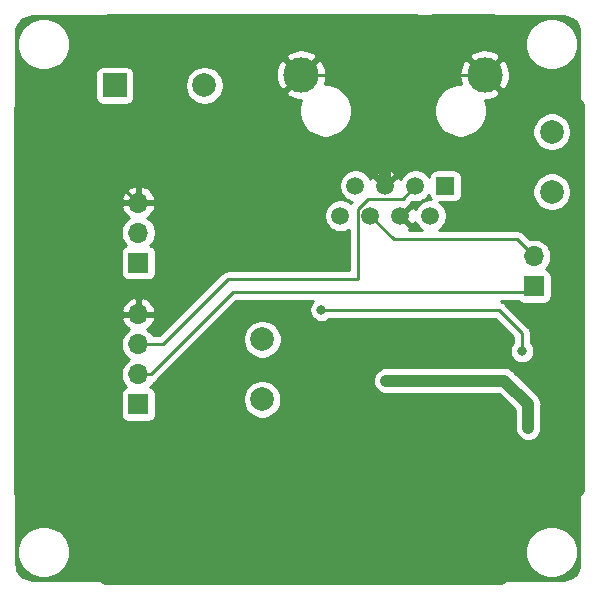
<source format=gbl>
%TF.GenerationSoftware,KiCad,Pcbnew,5.1.9*%
%TF.CreationDate,2021-05-01T23:47:16+02:00*%
%TF.ProjectId,nfc_reader,6e66635f-7265-4616-9465-722e6b696361,rev?*%
%TF.SameCoordinates,Original*%
%TF.FileFunction,Copper,L2,Bot*%
%TF.FilePolarity,Positive*%
%FSLAX46Y46*%
G04 Gerber Fmt 4.6, Leading zero omitted, Abs format (unit mm)*
G04 Created by KiCad (PCBNEW 5.1.9) date 2021-05-01 23:47:16*
%MOMM*%
%LPD*%
G01*
G04 APERTURE LIST*
%TA.AperFunction,ComponentPad*%
%ADD10O,1.700000X1.700000*%
%TD*%
%TA.AperFunction,ComponentPad*%
%ADD11R,1.700000X1.700000*%
%TD*%
%TA.AperFunction,ComponentPad*%
%ADD12C,1.500000*%
%TD*%
%TA.AperFunction,ComponentPad*%
%ADD13C,3.000000*%
%TD*%
%TA.AperFunction,ComponentPad*%
%ADD14R,1.500000X1.500000*%
%TD*%
%TA.AperFunction,ComponentPad*%
%ADD15C,2.000000*%
%TD*%
%TA.AperFunction,ComponentPad*%
%ADD16R,2.000000X2.000000*%
%TD*%
%TA.AperFunction,ViaPad*%
%ADD17C,0.800000*%
%TD*%
%TA.AperFunction,Conductor*%
%ADD18C,0.250000*%
%TD*%
%TA.AperFunction,Conductor*%
%ADD19C,1.000000*%
%TD*%
%TA.AperFunction,Conductor*%
%ADD20C,0.254000*%
%TD*%
%TA.AperFunction,Conductor*%
%ADD21C,0.100000*%
%TD*%
G04 APERTURE END LIST*
D10*
%TO.P,J3,2*%
%TO.N,Net-(J1-Pad6)*%
X147000000Y-113460000D03*
D11*
%TO.P,J3,1*%
%TO.N,/Rx*%
X147000000Y-116000000D03*
%TD*%
D10*
%TO.P,D1,3*%
%TO.N,GND*%
X113500000Y-108920000D03*
%TO.P,D1,2*%
%TO.N,Net-(D1-Pad2)*%
X113500000Y-111460000D03*
D11*
%TO.P,D1,1*%
%TO.N,Net-(D1-Pad1)*%
X113500000Y-114000000D03*
%TD*%
D10*
%TO.P,J2,4*%
%TO.N,GND*%
X113500000Y-118380000D03*
%TO.P,J2,3*%
%TO.N,/Tx*%
X113500000Y-120920000D03*
%TO.P,J2,2*%
%TO.N,/Rx*%
X113500000Y-123460000D03*
D11*
%TO.P,J2,1*%
%TO.N,+5V*%
X113500000Y-126000000D03*
%TD*%
D12*
%TO.P,J1,6*%
%TO.N,Net-(J1-Pad6)*%
X133150000Y-110040000D03*
%TO.P,J1,8*%
%TO.N,Net-(F1-Pad2)*%
X130610000Y-110040000D03*
D13*
%TO.P,J1,SH*%
%TO.N,GND*%
X142825000Y-98100000D03*
D12*
%TO.P,J1,2*%
%TO.N,Net-(J1-Pad2)*%
X138230000Y-110040000D03*
D14*
%TO.P,J1,1*%
%TO.N,Net-(J1-Pad1)*%
X139500000Y-107500000D03*
D12*
%TO.P,J1,7*%
%TO.N,Net-(J1-Pad7)*%
X131880000Y-107500000D03*
%TO.P,J1,4*%
%TO.N,GND*%
X135690000Y-110040000D03*
%TO.P,J1,5*%
X134420000Y-107500000D03*
%TO.P,J1,3*%
%TO.N,/Tx*%
X136960000Y-107500000D03*
D13*
%TO.P,J1,SH*%
%TO.N,GND*%
X127285000Y-98100000D03*
%TD*%
D15*
%TO.P,F2,2*%
%TO.N,Net-(C2-Pad1)*%
X123990000Y-125580000D03*
%TO.P,F2,1*%
%TO.N,+5V*%
X124000000Y-120500000D03*
%TD*%
%TO.P,F1,2*%
%TO.N,Net-(F1-Pad2)*%
X148510000Y-102920000D03*
%TO.P,F1,1*%
%TO.N,+12V*%
X148500000Y-108000000D03*
%TD*%
%TO.P,BZ1,2*%
%TO.N,Net-(BZ1-Pad2)*%
X119100000Y-99000000D03*
D16*
%TO.P,BZ1,1*%
%TO.N,+5V*%
X111500000Y-99000000D03*
%TD*%
D17*
%TO.N,GND*%
X129000000Y-134500000D03*
X136000000Y-134000000D03*
X136000000Y-132500000D03*
X130500000Y-136000000D03*
X130500000Y-139500000D03*
X130500000Y-138000000D03*
X128000000Y-138500000D03*
X128000000Y-137000000D03*
X128000000Y-135000000D03*
X128000000Y-133000000D03*
X131000000Y-132500000D03*
X132500000Y-138000000D03*
X132500000Y-139500000D03*
X134500000Y-139500000D03*
X134500000Y-138000000D03*
X134500000Y-135000000D03*
X134500000Y-133000000D03*
X137000000Y-133000000D03*
X137000000Y-135000000D03*
X137000000Y-138000000D03*
X137000000Y-139500000D03*
X123500000Y-103000000D03*
X107612500Y-133387500D03*
X108612500Y-133387500D03*
%TO.N,Net-(D3-Pad1)*%
X146500000Y-128000000D03*
X134500000Y-124000000D03*
%TO.N,Net-(R4-Pad1)*%
X146000000Y-121500000D03*
X129000000Y-118000000D03*
%TD*%
D18*
%TO.N,GND*%
X131100000Y-98100000D02*
X127285000Y-98100000D01*
X134420000Y-101420000D02*
X131100000Y-98100000D01*
X138240000Y-98100000D02*
X134420000Y-101920000D01*
X142825000Y-98100000D02*
X138240000Y-98100000D01*
X134420000Y-101920000D02*
X134420000Y-101420000D01*
X134420000Y-107500000D02*
X134420000Y-101920000D01*
D19*
X134420000Y-107500000D02*
X134420000Y-97580000D01*
X134420000Y-97580000D02*
X138500000Y-93500000D01*
X138500000Y-93500000D02*
X143500000Y-93500000D01*
X143500000Y-93500000D02*
X145500000Y-95500000D01*
X145500000Y-95500000D02*
X145500000Y-98500000D01*
X145500000Y-98500000D02*
X147000000Y-100000000D01*
X150000000Y-100000000D02*
X150774990Y-100774990D01*
X147000000Y-100000000D02*
X150000000Y-100000000D01*
X150774990Y-100774990D02*
X150774990Y-117000000D01*
X150774990Y-117000000D02*
X150774990Y-133225010D01*
X150774990Y-133225010D02*
X149000000Y-135000000D01*
X149000000Y-135000000D02*
X147000000Y-135000000D01*
X147000000Y-135000000D02*
X144500000Y-137500000D01*
X144500000Y-140500000D02*
X144225010Y-140774990D01*
X144500000Y-137500000D02*
X144500000Y-140500000D01*
X110774990Y-140774990D02*
X109500000Y-139500000D01*
X109500000Y-139500000D02*
X109500000Y-137000000D01*
X105000000Y-135000000D02*
X103500000Y-133500000D01*
X107500000Y-135000000D02*
X105000000Y-135000000D01*
X103500000Y-101000000D02*
X105000000Y-99500000D01*
X105000000Y-99500000D02*
X107500000Y-99500000D01*
X107500000Y-99500000D02*
X109500000Y-97500000D01*
X109500000Y-97500000D02*
X109500000Y-95000000D01*
X109500000Y-95000000D02*
X111000000Y-93500000D01*
D18*
X112580000Y-108000000D02*
X113500000Y-108920000D01*
X103500000Y-108000000D02*
X112580000Y-108000000D01*
D19*
X103500000Y-114500000D02*
X103500000Y-108000000D01*
X103500000Y-108000000D02*
X103500000Y-101000000D01*
D18*
X113380000Y-118500000D02*
X113500000Y-118380000D01*
D19*
X103500000Y-133500000D02*
X103500000Y-118500000D01*
D18*
X103500000Y-118500000D02*
X113380000Y-118500000D01*
D19*
X103500000Y-118500000D02*
X103500000Y-114500000D01*
X122500000Y-93500000D02*
X137000000Y-93500000D01*
X111000000Y-93500000D02*
X122500000Y-93500000D01*
D18*
X122500000Y-102000000D02*
X123500000Y-103000000D01*
X122500000Y-93500000D02*
X122500000Y-102000000D01*
D19*
X107612500Y-134887500D02*
X107500000Y-135000000D01*
X107612500Y-133387500D02*
X107612500Y-134887500D01*
X108612500Y-134887500D02*
X108000000Y-135500000D01*
X108612500Y-133387500D02*
X108612500Y-134887500D01*
X108000000Y-135500000D02*
X107500000Y-135000000D01*
X109500000Y-137000000D02*
X108000000Y-135500000D01*
D18*
X137000000Y-140500000D02*
X136725010Y-140774990D01*
D19*
X136725010Y-140774990D02*
X110774990Y-140774990D01*
D18*
X137000000Y-139500000D02*
X137000000Y-140500000D01*
D19*
X144225010Y-140774990D02*
X136725010Y-140774990D01*
D18*
%TO.N,Net-(D3-Pad1)*%
X134500000Y-124000000D02*
X134500000Y-124000000D01*
D19*
X134500000Y-124000000D02*
X144500000Y-124000000D01*
X144500000Y-124000000D02*
X146500000Y-126000000D01*
X146500000Y-128000000D02*
X146500000Y-126000000D01*
D18*
%TO.N,/Rx*%
X113500000Y-123460000D02*
X114540000Y-123460000D01*
X114540000Y-123460000D02*
X121500000Y-116500000D01*
X146500000Y-116500000D02*
X147000000Y-116000000D01*
X121500000Y-116500000D02*
X146500000Y-116500000D01*
%TO.N,/Tx*%
X135884999Y-108575001D02*
X132924999Y-108575001D01*
X136960000Y-107500000D02*
X135884999Y-108575001D01*
X132074999Y-109425001D02*
X132074999Y-115425001D01*
X132924999Y-108575001D02*
X132074999Y-109425001D01*
X132074999Y-115425001D02*
X121074999Y-115425001D01*
X115580000Y-120920000D02*
X113500000Y-120920000D01*
X121074999Y-115425001D02*
X115580000Y-120920000D01*
%TO.N,Net-(R4-Pad1)*%
X146000000Y-121500000D02*
X146000000Y-120000000D01*
X146000000Y-120000000D02*
X144000000Y-118000000D01*
X144000000Y-118000000D02*
X129000000Y-118000000D01*
X129000000Y-118000000D02*
X129000000Y-118000000D01*
%TO.N,Net-(J1-Pad6)*%
X133150000Y-110040000D02*
X135110000Y-112000000D01*
X145540000Y-112000000D02*
X147000000Y-113460000D01*
X135110000Y-112000000D02*
X145540000Y-112000000D01*
%TD*%
D20*
%TO.N,GND*%
X149759659Y-93188625D02*
X150009429Y-93264035D01*
X150239792Y-93386522D01*
X150441980Y-93551422D01*
X150608286Y-93752450D01*
X150732378Y-93981954D01*
X150809531Y-94231195D01*
X150840000Y-94521088D01*
X150840001Y-139467711D01*
X150811375Y-139759660D01*
X150735965Y-140009429D01*
X150613477Y-140239794D01*
X150448579Y-140441979D01*
X150247546Y-140608288D01*
X150018046Y-140732378D01*
X149768805Y-140809531D01*
X149478911Y-140840000D01*
X104532279Y-140840000D01*
X104240340Y-140811375D01*
X103990571Y-140735965D01*
X103760206Y-140613477D01*
X103558021Y-140448579D01*
X103391712Y-140247546D01*
X103267622Y-140018046D01*
X103190469Y-139768805D01*
X103160000Y-139478911D01*
X103160000Y-138279872D01*
X103265000Y-138279872D01*
X103265000Y-138720128D01*
X103350890Y-139151925D01*
X103519369Y-139558669D01*
X103763962Y-139924729D01*
X104075271Y-140236038D01*
X104441331Y-140480631D01*
X104848075Y-140649110D01*
X105279872Y-140735000D01*
X105720128Y-140735000D01*
X106151925Y-140649110D01*
X106558669Y-140480631D01*
X106924729Y-140236038D01*
X107236038Y-139924729D01*
X107480631Y-139558669D01*
X107649110Y-139151925D01*
X107735000Y-138720128D01*
X107735000Y-138279872D01*
X146265000Y-138279872D01*
X146265000Y-138720128D01*
X146350890Y-139151925D01*
X146519369Y-139558669D01*
X146763962Y-139924729D01*
X147075271Y-140236038D01*
X147441331Y-140480631D01*
X147848075Y-140649110D01*
X148279872Y-140735000D01*
X148720128Y-140735000D01*
X149151925Y-140649110D01*
X149558669Y-140480631D01*
X149924729Y-140236038D01*
X150236038Y-139924729D01*
X150480631Y-139558669D01*
X150649110Y-139151925D01*
X150735000Y-138720128D01*
X150735000Y-138279872D01*
X150649110Y-137848075D01*
X150480631Y-137441331D01*
X150236038Y-137075271D01*
X149924729Y-136763962D01*
X149558669Y-136519369D01*
X149151925Y-136350890D01*
X148720128Y-136265000D01*
X148279872Y-136265000D01*
X147848075Y-136350890D01*
X147441331Y-136519369D01*
X147075271Y-136763962D01*
X146763962Y-137075271D01*
X146519369Y-137441331D01*
X146350890Y-137848075D01*
X146265000Y-138279872D01*
X107735000Y-138279872D01*
X107649110Y-137848075D01*
X107480631Y-137441331D01*
X107236038Y-137075271D01*
X106924729Y-136763962D01*
X106558669Y-136519369D01*
X106151925Y-136350890D01*
X105720128Y-136265000D01*
X105279872Y-136265000D01*
X104848075Y-136350890D01*
X104441331Y-136519369D01*
X104075271Y-136763962D01*
X103763962Y-137075271D01*
X103519369Y-137441331D01*
X103350890Y-137848075D01*
X103265000Y-138279872D01*
X103160000Y-138279872D01*
X103160000Y-125150000D01*
X112011928Y-125150000D01*
X112011928Y-126850000D01*
X112024188Y-126974482D01*
X112060498Y-127094180D01*
X112119463Y-127204494D01*
X112198815Y-127301185D01*
X112295506Y-127380537D01*
X112405820Y-127439502D01*
X112525518Y-127475812D01*
X112650000Y-127488072D01*
X114350000Y-127488072D01*
X114474482Y-127475812D01*
X114594180Y-127439502D01*
X114704494Y-127380537D01*
X114801185Y-127301185D01*
X114880537Y-127204494D01*
X114939502Y-127094180D01*
X114975812Y-126974482D01*
X114988072Y-126850000D01*
X114988072Y-125418967D01*
X122355000Y-125418967D01*
X122355000Y-125741033D01*
X122417832Y-126056912D01*
X122541082Y-126354463D01*
X122720013Y-126622252D01*
X122947748Y-126849987D01*
X123215537Y-127028918D01*
X123513088Y-127152168D01*
X123828967Y-127215000D01*
X124151033Y-127215000D01*
X124466912Y-127152168D01*
X124764463Y-127028918D01*
X125032252Y-126849987D01*
X125259987Y-126622252D01*
X125438918Y-126354463D01*
X125562168Y-126056912D01*
X125625000Y-125741033D01*
X125625000Y-125418967D01*
X125562168Y-125103088D01*
X125438918Y-124805537D01*
X125259987Y-124537748D01*
X125032252Y-124310013D01*
X124764463Y-124131082D01*
X124466912Y-124007832D01*
X124427538Y-124000000D01*
X133359509Y-124000000D01*
X133381423Y-124222499D01*
X133446324Y-124436447D01*
X133551716Y-124633623D01*
X133693551Y-124806449D01*
X133866377Y-124948284D01*
X134063553Y-125053676D01*
X134277501Y-125118577D01*
X134444248Y-125135000D01*
X144029869Y-125135000D01*
X145365001Y-126470133D01*
X145365000Y-128055751D01*
X145381423Y-128222498D01*
X145446324Y-128436446D01*
X145551716Y-128633623D01*
X145693551Y-128806449D01*
X145866377Y-128948284D01*
X146063553Y-129053676D01*
X146277501Y-129118577D01*
X146500000Y-129140491D01*
X146722498Y-129118577D01*
X146936446Y-129053676D01*
X147133623Y-128948284D01*
X147306449Y-128806449D01*
X147448284Y-128633623D01*
X147553676Y-128436447D01*
X147618577Y-128222499D01*
X147635000Y-128055752D01*
X147635000Y-126055751D01*
X147640491Y-125999999D01*
X147618577Y-125777500D01*
X147603471Y-125727705D01*
X147553676Y-125563553D01*
X147448284Y-125366377D01*
X147306449Y-125193551D01*
X147263141Y-125158009D01*
X145341996Y-123236865D01*
X145306449Y-123193551D01*
X145133623Y-123051716D01*
X144936447Y-122946324D01*
X144722499Y-122881423D01*
X144555752Y-122865000D01*
X144555751Y-122865000D01*
X144500000Y-122859509D01*
X144444249Y-122865000D01*
X134444248Y-122865000D01*
X134277501Y-122881423D01*
X134063553Y-122946324D01*
X133866377Y-123051716D01*
X133693551Y-123193551D01*
X133551716Y-123366377D01*
X133446324Y-123563553D01*
X133381423Y-123777501D01*
X133359509Y-124000000D01*
X124427538Y-124000000D01*
X124151033Y-123945000D01*
X123828967Y-123945000D01*
X123513088Y-124007832D01*
X123215537Y-124131082D01*
X122947748Y-124310013D01*
X122720013Y-124537748D01*
X122541082Y-124805537D01*
X122417832Y-125103088D01*
X122355000Y-125418967D01*
X114988072Y-125418967D01*
X114988072Y-125150000D01*
X114975812Y-125025518D01*
X114939502Y-124905820D01*
X114880537Y-124795506D01*
X114801185Y-124698815D01*
X114704494Y-124619463D01*
X114594180Y-124560498D01*
X114521620Y-124538487D01*
X114653475Y-124406632D01*
X114810068Y-124172274D01*
X114832247Y-124165546D01*
X114964276Y-124094974D01*
X115080001Y-124000001D01*
X115103804Y-123970997D01*
X118735835Y-120338967D01*
X122365000Y-120338967D01*
X122365000Y-120661033D01*
X122427832Y-120976912D01*
X122551082Y-121274463D01*
X122730013Y-121542252D01*
X122957748Y-121769987D01*
X123225537Y-121948918D01*
X123523088Y-122072168D01*
X123838967Y-122135000D01*
X124161033Y-122135000D01*
X124476912Y-122072168D01*
X124774463Y-121948918D01*
X125042252Y-121769987D01*
X125269987Y-121542252D01*
X125448918Y-121274463D01*
X125572168Y-120976912D01*
X125635000Y-120661033D01*
X125635000Y-120338967D01*
X125572168Y-120023088D01*
X125448918Y-119725537D01*
X125269987Y-119457748D01*
X125042252Y-119230013D01*
X124774463Y-119051082D01*
X124476912Y-118927832D01*
X124161033Y-118865000D01*
X123838967Y-118865000D01*
X123523088Y-118927832D01*
X123225537Y-119051082D01*
X122957748Y-119230013D01*
X122730013Y-119457748D01*
X122551082Y-119725537D01*
X122427832Y-120023088D01*
X122365000Y-120338967D01*
X118735835Y-120338967D01*
X121814803Y-117260000D01*
X128276289Y-117260000D01*
X128196063Y-117340226D01*
X128082795Y-117509744D01*
X128004774Y-117698102D01*
X127965000Y-117898061D01*
X127965000Y-118101939D01*
X128004774Y-118301898D01*
X128082795Y-118490256D01*
X128196063Y-118659774D01*
X128340226Y-118803937D01*
X128509744Y-118917205D01*
X128698102Y-118995226D01*
X128898061Y-119035000D01*
X129101939Y-119035000D01*
X129301898Y-118995226D01*
X129490256Y-118917205D01*
X129659774Y-118803937D01*
X129703711Y-118760000D01*
X143685199Y-118760000D01*
X145240001Y-120314803D01*
X145240000Y-120796289D01*
X145196063Y-120840226D01*
X145082795Y-121009744D01*
X145004774Y-121198102D01*
X144965000Y-121398061D01*
X144965000Y-121601939D01*
X145004774Y-121801898D01*
X145082795Y-121990256D01*
X145196063Y-122159774D01*
X145340226Y-122303937D01*
X145509744Y-122417205D01*
X145698102Y-122495226D01*
X145898061Y-122535000D01*
X146101939Y-122535000D01*
X146301898Y-122495226D01*
X146490256Y-122417205D01*
X146659774Y-122303937D01*
X146803937Y-122159774D01*
X146917205Y-121990256D01*
X146995226Y-121801898D01*
X147035000Y-121601939D01*
X147035000Y-121398061D01*
X146995226Y-121198102D01*
X146917205Y-121009744D01*
X146803937Y-120840226D01*
X146760000Y-120796289D01*
X146760000Y-120037322D01*
X146763676Y-119999999D01*
X146760000Y-119962676D01*
X146760000Y-119962667D01*
X146749003Y-119851014D01*
X146705546Y-119707753D01*
X146701837Y-119700814D01*
X146634974Y-119575723D01*
X146563799Y-119488997D01*
X146540001Y-119459999D01*
X146511003Y-119436201D01*
X144563804Y-117489003D01*
X144540001Y-117459999D01*
X144424276Y-117365026D01*
X144292247Y-117294454D01*
X144178665Y-117260000D01*
X145665015Y-117260000D01*
X145698815Y-117301185D01*
X145795506Y-117380537D01*
X145905820Y-117439502D01*
X146025518Y-117475812D01*
X146150000Y-117488072D01*
X147850000Y-117488072D01*
X147974482Y-117475812D01*
X148094180Y-117439502D01*
X148204494Y-117380537D01*
X148301185Y-117301185D01*
X148380537Y-117204494D01*
X148439502Y-117094180D01*
X148475812Y-116974482D01*
X148488072Y-116850000D01*
X148488072Y-115150000D01*
X148475812Y-115025518D01*
X148439502Y-114905820D01*
X148380537Y-114795506D01*
X148301185Y-114698815D01*
X148204494Y-114619463D01*
X148094180Y-114560498D01*
X148021620Y-114538487D01*
X148153475Y-114406632D01*
X148315990Y-114163411D01*
X148427932Y-113893158D01*
X148485000Y-113606260D01*
X148485000Y-113313740D01*
X148427932Y-113026842D01*
X148315990Y-112756589D01*
X148153475Y-112513368D01*
X147946632Y-112306525D01*
X147703411Y-112144010D01*
X147433158Y-112032068D01*
X147146260Y-111975000D01*
X146853740Y-111975000D01*
X146633592Y-112018791D01*
X146103804Y-111489003D01*
X146080001Y-111459999D01*
X145964276Y-111365026D01*
X145832247Y-111294454D01*
X145688986Y-111250997D01*
X145577333Y-111240000D01*
X145577322Y-111240000D01*
X145540000Y-111236324D01*
X145502678Y-111240000D01*
X138927007Y-111240000D01*
X139112886Y-111115799D01*
X139305799Y-110922886D01*
X139457371Y-110696043D01*
X139561775Y-110443989D01*
X139615000Y-110176411D01*
X139615000Y-109903589D01*
X139561775Y-109636011D01*
X139457371Y-109383957D01*
X139305799Y-109157114D01*
X139112886Y-108964201D01*
X138998951Y-108888072D01*
X140250000Y-108888072D01*
X140374482Y-108875812D01*
X140494180Y-108839502D01*
X140604494Y-108780537D01*
X140701185Y-108701185D01*
X140780537Y-108604494D01*
X140839502Y-108494180D01*
X140875812Y-108374482D01*
X140888072Y-108250000D01*
X140888072Y-107838967D01*
X146865000Y-107838967D01*
X146865000Y-108161033D01*
X146927832Y-108476912D01*
X147051082Y-108774463D01*
X147230013Y-109042252D01*
X147457748Y-109269987D01*
X147725537Y-109448918D01*
X148023088Y-109572168D01*
X148338967Y-109635000D01*
X148661033Y-109635000D01*
X148976912Y-109572168D01*
X149274463Y-109448918D01*
X149542252Y-109269987D01*
X149769987Y-109042252D01*
X149948918Y-108774463D01*
X150072168Y-108476912D01*
X150135000Y-108161033D01*
X150135000Y-107838967D01*
X150072168Y-107523088D01*
X149948918Y-107225537D01*
X149769987Y-106957748D01*
X149542252Y-106730013D01*
X149274463Y-106551082D01*
X148976912Y-106427832D01*
X148661033Y-106365000D01*
X148338967Y-106365000D01*
X148023088Y-106427832D01*
X147725537Y-106551082D01*
X147457748Y-106730013D01*
X147230013Y-106957748D01*
X147051082Y-107225537D01*
X146927832Y-107523088D01*
X146865000Y-107838967D01*
X140888072Y-107838967D01*
X140888072Y-106750000D01*
X140875812Y-106625518D01*
X140839502Y-106505820D01*
X140780537Y-106395506D01*
X140701185Y-106298815D01*
X140604494Y-106219463D01*
X140494180Y-106160498D01*
X140374482Y-106124188D01*
X140250000Y-106111928D01*
X138750000Y-106111928D01*
X138625518Y-106124188D01*
X138505820Y-106160498D01*
X138395506Y-106219463D01*
X138298815Y-106298815D01*
X138219463Y-106395506D01*
X138160498Y-106505820D01*
X138124188Y-106625518D01*
X138113555Y-106733483D01*
X138035799Y-106617114D01*
X137842886Y-106424201D01*
X137616043Y-106272629D01*
X137363989Y-106168225D01*
X137096411Y-106115000D01*
X136823589Y-106115000D01*
X136556011Y-106168225D01*
X136303957Y-106272629D01*
X136077114Y-106424201D01*
X135884201Y-106617114D01*
X135732629Y-106843957D01*
X135691489Y-106943279D01*
X135676277Y-106901168D01*
X135615860Y-106788137D01*
X135376993Y-106722612D01*
X134599605Y-107500000D01*
X134613748Y-107514143D01*
X134434143Y-107693748D01*
X134420000Y-107679605D01*
X134405858Y-107693748D01*
X134226253Y-107514143D01*
X134240395Y-107500000D01*
X133463007Y-106722612D01*
X133224140Y-106788137D01*
X133149836Y-106946477D01*
X133107371Y-106843957D01*
X132955799Y-106617114D01*
X132881692Y-106543007D01*
X133642612Y-106543007D01*
X134420000Y-107320395D01*
X135197388Y-106543007D01*
X135131863Y-106304140D01*
X134884884Y-106188240D01*
X134620040Y-106122750D01*
X134347508Y-106110188D01*
X134077762Y-106151035D01*
X133821168Y-106243723D01*
X133708137Y-106304140D01*
X133642612Y-106543007D01*
X132881692Y-106543007D01*
X132762886Y-106424201D01*
X132536043Y-106272629D01*
X132283989Y-106168225D01*
X132016411Y-106115000D01*
X131743589Y-106115000D01*
X131476011Y-106168225D01*
X131223957Y-106272629D01*
X130997114Y-106424201D01*
X130804201Y-106617114D01*
X130652629Y-106843957D01*
X130548225Y-107096011D01*
X130495000Y-107363589D01*
X130495000Y-107636411D01*
X130548225Y-107903989D01*
X130652629Y-108156043D01*
X130804201Y-108382886D01*
X130997114Y-108575799D01*
X131223957Y-108727371D01*
X131476011Y-108831775D01*
X131573944Y-108851255D01*
X131564001Y-108861198D01*
X131534998Y-108885000D01*
X131479870Y-108952175D01*
X131478105Y-108954325D01*
X131266043Y-108812629D01*
X131013989Y-108708225D01*
X130746411Y-108655000D01*
X130473589Y-108655000D01*
X130206011Y-108708225D01*
X129953957Y-108812629D01*
X129727114Y-108964201D01*
X129534201Y-109157114D01*
X129382629Y-109383957D01*
X129278225Y-109636011D01*
X129225000Y-109903589D01*
X129225000Y-110176411D01*
X129278225Y-110443989D01*
X129382629Y-110696043D01*
X129534201Y-110922886D01*
X129727114Y-111115799D01*
X129953957Y-111267371D01*
X130206011Y-111371775D01*
X130473589Y-111425000D01*
X130746411Y-111425000D01*
X131013989Y-111371775D01*
X131266043Y-111267371D01*
X131314999Y-111234659D01*
X131315000Y-114665001D01*
X121112321Y-114665001D01*
X121074998Y-114661325D01*
X121037675Y-114665001D01*
X121037666Y-114665001D01*
X120926013Y-114675998D01*
X120782752Y-114719455D01*
X120650722Y-114790027D01*
X120577646Y-114850000D01*
X120534998Y-114885000D01*
X120511200Y-114913998D01*
X115265199Y-120160000D01*
X114778178Y-120160000D01*
X114653475Y-119973368D01*
X114446632Y-119766525D01*
X114264466Y-119644805D01*
X114381355Y-119575178D01*
X114597588Y-119380269D01*
X114771641Y-119146920D01*
X114896825Y-118884099D01*
X114941476Y-118736890D01*
X114820155Y-118507000D01*
X113627000Y-118507000D01*
X113627000Y-118527000D01*
X113373000Y-118527000D01*
X113373000Y-118507000D01*
X112179845Y-118507000D01*
X112058524Y-118736890D01*
X112103175Y-118884099D01*
X112228359Y-119146920D01*
X112402412Y-119380269D01*
X112618645Y-119575178D01*
X112735534Y-119644805D01*
X112553368Y-119766525D01*
X112346525Y-119973368D01*
X112184010Y-120216589D01*
X112072068Y-120486842D01*
X112015000Y-120773740D01*
X112015000Y-121066260D01*
X112072068Y-121353158D01*
X112184010Y-121623411D01*
X112346525Y-121866632D01*
X112553368Y-122073475D01*
X112727760Y-122190000D01*
X112553368Y-122306525D01*
X112346525Y-122513368D01*
X112184010Y-122756589D01*
X112072068Y-123026842D01*
X112015000Y-123313740D01*
X112015000Y-123606260D01*
X112072068Y-123893158D01*
X112184010Y-124163411D01*
X112346525Y-124406632D01*
X112478380Y-124538487D01*
X112405820Y-124560498D01*
X112295506Y-124619463D01*
X112198815Y-124698815D01*
X112119463Y-124795506D01*
X112060498Y-124905820D01*
X112024188Y-125025518D01*
X112011928Y-125150000D01*
X103160000Y-125150000D01*
X103160000Y-118023110D01*
X112058524Y-118023110D01*
X112179845Y-118253000D01*
X113373000Y-118253000D01*
X113373000Y-117059186D01*
X113627000Y-117059186D01*
X113627000Y-118253000D01*
X114820155Y-118253000D01*
X114941476Y-118023110D01*
X114896825Y-117875901D01*
X114771641Y-117613080D01*
X114597588Y-117379731D01*
X114381355Y-117184822D01*
X114131252Y-117035843D01*
X113856891Y-116938519D01*
X113627000Y-117059186D01*
X113373000Y-117059186D01*
X113143109Y-116938519D01*
X112868748Y-117035843D01*
X112618645Y-117184822D01*
X112402412Y-117379731D01*
X112228359Y-117613080D01*
X112103175Y-117875901D01*
X112058524Y-118023110D01*
X103160000Y-118023110D01*
X103160000Y-113150000D01*
X112011928Y-113150000D01*
X112011928Y-114850000D01*
X112024188Y-114974482D01*
X112060498Y-115094180D01*
X112119463Y-115204494D01*
X112198815Y-115301185D01*
X112295506Y-115380537D01*
X112405820Y-115439502D01*
X112525518Y-115475812D01*
X112650000Y-115488072D01*
X114350000Y-115488072D01*
X114474482Y-115475812D01*
X114594180Y-115439502D01*
X114704494Y-115380537D01*
X114801185Y-115301185D01*
X114880537Y-115204494D01*
X114939502Y-115094180D01*
X114975812Y-114974482D01*
X114988072Y-114850000D01*
X114988072Y-113150000D01*
X114975812Y-113025518D01*
X114939502Y-112905820D01*
X114880537Y-112795506D01*
X114801185Y-112698815D01*
X114704494Y-112619463D01*
X114594180Y-112560498D01*
X114521620Y-112538487D01*
X114653475Y-112406632D01*
X114815990Y-112163411D01*
X114927932Y-111893158D01*
X114985000Y-111606260D01*
X114985000Y-111313740D01*
X114927932Y-111026842D01*
X114815990Y-110756589D01*
X114653475Y-110513368D01*
X114446632Y-110306525D01*
X114264466Y-110184805D01*
X114381355Y-110115178D01*
X114597588Y-109920269D01*
X114771641Y-109686920D01*
X114896825Y-109424099D01*
X114941476Y-109276890D01*
X114820155Y-109047000D01*
X113627000Y-109047000D01*
X113627000Y-109067000D01*
X113373000Y-109067000D01*
X113373000Y-109047000D01*
X112179845Y-109047000D01*
X112058524Y-109276890D01*
X112103175Y-109424099D01*
X112228359Y-109686920D01*
X112402412Y-109920269D01*
X112618645Y-110115178D01*
X112735534Y-110184805D01*
X112553368Y-110306525D01*
X112346525Y-110513368D01*
X112184010Y-110756589D01*
X112072068Y-111026842D01*
X112015000Y-111313740D01*
X112015000Y-111606260D01*
X112072068Y-111893158D01*
X112184010Y-112163411D01*
X112346525Y-112406632D01*
X112478380Y-112538487D01*
X112405820Y-112560498D01*
X112295506Y-112619463D01*
X112198815Y-112698815D01*
X112119463Y-112795506D01*
X112060498Y-112905820D01*
X112024188Y-113025518D01*
X112011928Y-113150000D01*
X103160000Y-113150000D01*
X103160000Y-108563110D01*
X112058524Y-108563110D01*
X112179845Y-108793000D01*
X113373000Y-108793000D01*
X113373000Y-107599186D01*
X113627000Y-107599186D01*
X113627000Y-108793000D01*
X114820155Y-108793000D01*
X114941476Y-108563110D01*
X114896825Y-108415901D01*
X114771641Y-108153080D01*
X114597588Y-107919731D01*
X114381355Y-107724822D01*
X114131252Y-107575843D01*
X113856891Y-107478519D01*
X113627000Y-107599186D01*
X113373000Y-107599186D01*
X113143109Y-107478519D01*
X112868748Y-107575843D01*
X112618645Y-107724822D01*
X112402412Y-107919731D01*
X112228359Y-108153080D01*
X112103175Y-108415901D01*
X112058524Y-108563110D01*
X103160000Y-108563110D01*
X103160000Y-98000000D01*
X109861928Y-98000000D01*
X109861928Y-100000000D01*
X109874188Y-100124482D01*
X109910498Y-100244180D01*
X109969463Y-100354494D01*
X110048815Y-100451185D01*
X110145506Y-100530537D01*
X110255820Y-100589502D01*
X110375518Y-100625812D01*
X110500000Y-100638072D01*
X112500000Y-100638072D01*
X112624482Y-100625812D01*
X112744180Y-100589502D01*
X112854494Y-100530537D01*
X112951185Y-100451185D01*
X113030537Y-100354494D01*
X113089502Y-100244180D01*
X113125812Y-100124482D01*
X113138072Y-100000000D01*
X113138072Y-98838967D01*
X117465000Y-98838967D01*
X117465000Y-99161033D01*
X117527832Y-99476912D01*
X117651082Y-99774463D01*
X117830013Y-100042252D01*
X118057748Y-100269987D01*
X118325537Y-100448918D01*
X118623088Y-100572168D01*
X118938967Y-100635000D01*
X119261033Y-100635000D01*
X119576912Y-100572168D01*
X119874463Y-100448918D01*
X120142252Y-100269987D01*
X120369987Y-100042252D01*
X120548918Y-99774463D01*
X120624640Y-99591653D01*
X125972952Y-99591653D01*
X126128962Y-99907214D01*
X126503745Y-100098020D01*
X126908551Y-100212044D01*
X127270557Y-100240414D01*
X127166851Y-100490782D01*
X127080000Y-100927409D01*
X127080000Y-101372591D01*
X127166851Y-101809218D01*
X127337214Y-102220511D01*
X127584544Y-102590666D01*
X127899334Y-102905456D01*
X128269489Y-103152786D01*
X128680782Y-103323149D01*
X129117409Y-103410000D01*
X129562591Y-103410000D01*
X129999218Y-103323149D01*
X130410511Y-103152786D01*
X130780666Y-102905456D01*
X131095456Y-102590666D01*
X131342786Y-102220511D01*
X131513149Y-101809218D01*
X131600000Y-101372591D01*
X131600000Y-100927409D01*
X138510000Y-100927409D01*
X138510000Y-101372591D01*
X138596851Y-101809218D01*
X138767214Y-102220511D01*
X139014544Y-102590666D01*
X139329334Y-102905456D01*
X139699489Y-103152786D01*
X140110782Y-103323149D01*
X140547409Y-103410000D01*
X140992591Y-103410000D01*
X141429218Y-103323149D01*
X141840511Y-103152786D01*
X142210666Y-102905456D01*
X142357155Y-102758967D01*
X146875000Y-102758967D01*
X146875000Y-103081033D01*
X146937832Y-103396912D01*
X147061082Y-103694463D01*
X147240013Y-103962252D01*
X147467748Y-104189987D01*
X147735537Y-104368918D01*
X148033088Y-104492168D01*
X148348967Y-104555000D01*
X148671033Y-104555000D01*
X148986912Y-104492168D01*
X149284463Y-104368918D01*
X149552252Y-104189987D01*
X149779987Y-103962252D01*
X149958918Y-103694463D01*
X150082168Y-103396912D01*
X150145000Y-103081033D01*
X150145000Y-102758967D01*
X150082168Y-102443088D01*
X149958918Y-102145537D01*
X149779987Y-101877748D01*
X149552252Y-101650013D01*
X149284463Y-101471082D01*
X148986912Y-101347832D01*
X148671033Y-101285000D01*
X148348967Y-101285000D01*
X148033088Y-101347832D01*
X147735537Y-101471082D01*
X147467748Y-101650013D01*
X147240013Y-101877748D01*
X147061082Y-102145537D01*
X146937832Y-102443088D01*
X146875000Y-102758967D01*
X142357155Y-102758967D01*
X142525456Y-102590666D01*
X142772786Y-102220511D01*
X142943149Y-101809218D01*
X143030000Y-101372591D01*
X143030000Y-100927409D01*
X142943149Y-100490782D01*
X142840412Y-100242754D01*
X142867824Y-100244902D01*
X143285451Y-100195334D01*
X143685383Y-100065243D01*
X143981038Y-99907214D01*
X144137048Y-99591653D01*
X142825000Y-98279605D01*
X142810858Y-98293748D01*
X142631253Y-98114143D01*
X142645395Y-98100000D01*
X143004605Y-98100000D01*
X144316653Y-99412048D01*
X144632214Y-99256038D01*
X144823020Y-98881255D01*
X144937044Y-98476449D01*
X144969902Y-98057176D01*
X144920334Y-97639549D01*
X144790243Y-97239617D01*
X144632214Y-96943962D01*
X144316653Y-96787952D01*
X143004605Y-98100000D01*
X142645395Y-98100000D01*
X141333347Y-96787952D01*
X141017786Y-96943962D01*
X140826980Y-97318745D01*
X140712956Y-97723551D01*
X140680098Y-98142824D01*
X140729666Y-98560451D01*
X140836863Y-98890000D01*
X140547409Y-98890000D01*
X140110782Y-98976851D01*
X139699489Y-99147214D01*
X139329334Y-99394544D01*
X139014544Y-99709334D01*
X138767214Y-100079489D01*
X138596851Y-100490782D01*
X138510000Y-100927409D01*
X131600000Y-100927409D01*
X131513149Y-100490782D01*
X131342786Y-100079489D01*
X131095456Y-99709334D01*
X130780666Y-99394544D01*
X130410511Y-99147214D01*
X129999218Y-98976851D01*
X129562591Y-98890000D01*
X129278568Y-98890000D01*
X129283020Y-98881255D01*
X129397044Y-98476449D01*
X129429902Y-98057176D01*
X129380334Y-97639549D01*
X129250243Y-97239617D01*
X129092214Y-96943962D01*
X128776653Y-96787952D01*
X127464605Y-98100000D01*
X127478748Y-98114143D01*
X127299143Y-98293748D01*
X127285000Y-98279605D01*
X125972952Y-99591653D01*
X120624640Y-99591653D01*
X120672168Y-99476912D01*
X120735000Y-99161033D01*
X120735000Y-98838967D01*
X120672168Y-98523088D01*
X120548918Y-98225537D01*
X120493651Y-98142824D01*
X125140098Y-98142824D01*
X125189666Y-98560451D01*
X125319757Y-98960383D01*
X125477786Y-99256038D01*
X125793347Y-99412048D01*
X127105395Y-98100000D01*
X125793347Y-96787952D01*
X125477786Y-96943962D01*
X125286980Y-97318745D01*
X125172956Y-97723551D01*
X125140098Y-98142824D01*
X120493651Y-98142824D01*
X120369987Y-97957748D01*
X120142252Y-97730013D01*
X119874463Y-97551082D01*
X119576912Y-97427832D01*
X119261033Y-97365000D01*
X118938967Y-97365000D01*
X118623088Y-97427832D01*
X118325537Y-97551082D01*
X118057748Y-97730013D01*
X117830013Y-97957748D01*
X117651082Y-98225537D01*
X117527832Y-98523088D01*
X117465000Y-98838967D01*
X113138072Y-98838967D01*
X113138072Y-98000000D01*
X113125812Y-97875518D01*
X113089502Y-97755820D01*
X113030537Y-97645506D01*
X112951185Y-97548815D01*
X112854494Y-97469463D01*
X112744180Y-97410498D01*
X112624482Y-97374188D01*
X112500000Y-97361928D01*
X110500000Y-97361928D01*
X110375518Y-97374188D01*
X110255820Y-97410498D01*
X110145506Y-97469463D01*
X110048815Y-97548815D01*
X109969463Y-97645506D01*
X109910498Y-97755820D01*
X109874188Y-97875518D01*
X109861928Y-98000000D01*
X103160000Y-98000000D01*
X103160000Y-95279872D01*
X103265000Y-95279872D01*
X103265000Y-95720128D01*
X103350890Y-96151925D01*
X103519369Y-96558669D01*
X103763962Y-96924729D01*
X104075271Y-97236038D01*
X104441331Y-97480631D01*
X104848075Y-97649110D01*
X105279872Y-97735000D01*
X105720128Y-97735000D01*
X106151925Y-97649110D01*
X106558669Y-97480631D01*
X106924729Y-97236038D01*
X107236038Y-96924729D01*
X107447437Y-96608347D01*
X125972952Y-96608347D01*
X127285000Y-97920395D01*
X128597048Y-96608347D01*
X141512952Y-96608347D01*
X142825000Y-97920395D01*
X144137048Y-96608347D01*
X143981038Y-96292786D01*
X143606255Y-96101980D01*
X143201449Y-95987956D01*
X142782176Y-95955098D01*
X142364549Y-96004666D01*
X141964617Y-96134757D01*
X141668962Y-96292786D01*
X141512952Y-96608347D01*
X128597048Y-96608347D01*
X128441038Y-96292786D01*
X128066255Y-96101980D01*
X127661449Y-95987956D01*
X127242176Y-95955098D01*
X126824549Y-96004666D01*
X126424617Y-96134757D01*
X126128962Y-96292786D01*
X125972952Y-96608347D01*
X107447437Y-96608347D01*
X107480631Y-96558669D01*
X107649110Y-96151925D01*
X107735000Y-95720128D01*
X107735000Y-95279872D01*
X146265000Y-95279872D01*
X146265000Y-95720128D01*
X146350890Y-96151925D01*
X146519369Y-96558669D01*
X146763962Y-96924729D01*
X147075271Y-97236038D01*
X147441331Y-97480631D01*
X147848075Y-97649110D01*
X148279872Y-97735000D01*
X148720128Y-97735000D01*
X149151925Y-97649110D01*
X149558669Y-97480631D01*
X149924729Y-97236038D01*
X150236038Y-96924729D01*
X150480631Y-96558669D01*
X150649110Y-96151925D01*
X150735000Y-95720128D01*
X150735000Y-95279872D01*
X150649110Y-94848075D01*
X150480631Y-94441331D01*
X150236038Y-94075271D01*
X149924729Y-93763962D01*
X149558669Y-93519369D01*
X149151925Y-93350890D01*
X148720128Y-93265000D01*
X148279872Y-93265000D01*
X147848075Y-93350890D01*
X147441331Y-93519369D01*
X147075271Y-93763962D01*
X146763962Y-94075271D01*
X146519369Y-94441331D01*
X146350890Y-94848075D01*
X146265000Y-95279872D01*
X107735000Y-95279872D01*
X107649110Y-94848075D01*
X107480631Y-94441331D01*
X107236038Y-94075271D01*
X106924729Y-93763962D01*
X106558669Y-93519369D01*
X106151925Y-93350890D01*
X105720128Y-93265000D01*
X105279872Y-93265000D01*
X104848075Y-93350890D01*
X104441331Y-93519369D01*
X104075271Y-93763962D01*
X103763962Y-94075271D01*
X103519369Y-94441331D01*
X103350890Y-94848075D01*
X103265000Y-95279872D01*
X103160000Y-95279872D01*
X103160000Y-94532279D01*
X103188625Y-94240341D01*
X103264035Y-93990571D01*
X103386522Y-93760208D01*
X103551422Y-93558020D01*
X103752450Y-93391714D01*
X103981954Y-93267622D01*
X104231195Y-93190469D01*
X104521088Y-93160000D01*
X149467721Y-93160000D01*
X149759659Y-93188625D01*
%TA.AperFunction,Conductor*%
D21*
G36*
X149759659Y-93188625D02*
G01*
X150009429Y-93264035D01*
X150239792Y-93386522D01*
X150441980Y-93551422D01*
X150608286Y-93752450D01*
X150732378Y-93981954D01*
X150809531Y-94231195D01*
X150840000Y-94521088D01*
X150840001Y-139467711D01*
X150811375Y-139759660D01*
X150735965Y-140009429D01*
X150613477Y-140239794D01*
X150448579Y-140441979D01*
X150247546Y-140608288D01*
X150018046Y-140732378D01*
X149768805Y-140809531D01*
X149478911Y-140840000D01*
X104532279Y-140840000D01*
X104240340Y-140811375D01*
X103990571Y-140735965D01*
X103760206Y-140613477D01*
X103558021Y-140448579D01*
X103391712Y-140247546D01*
X103267622Y-140018046D01*
X103190469Y-139768805D01*
X103160000Y-139478911D01*
X103160000Y-138279872D01*
X103265000Y-138279872D01*
X103265000Y-138720128D01*
X103350890Y-139151925D01*
X103519369Y-139558669D01*
X103763962Y-139924729D01*
X104075271Y-140236038D01*
X104441331Y-140480631D01*
X104848075Y-140649110D01*
X105279872Y-140735000D01*
X105720128Y-140735000D01*
X106151925Y-140649110D01*
X106558669Y-140480631D01*
X106924729Y-140236038D01*
X107236038Y-139924729D01*
X107480631Y-139558669D01*
X107649110Y-139151925D01*
X107735000Y-138720128D01*
X107735000Y-138279872D01*
X146265000Y-138279872D01*
X146265000Y-138720128D01*
X146350890Y-139151925D01*
X146519369Y-139558669D01*
X146763962Y-139924729D01*
X147075271Y-140236038D01*
X147441331Y-140480631D01*
X147848075Y-140649110D01*
X148279872Y-140735000D01*
X148720128Y-140735000D01*
X149151925Y-140649110D01*
X149558669Y-140480631D01*
X149924729Y-140236038D01*
X150236038Y-139924729D01*
X150480631Y-139558669D01*
X150649110Y-139151925D01*
X150735000Y-138720128D01*
X150735000Y-138279872D01*
X150649110Y-137848075D01*
X150480631Y-137441331D01*
X150236038Y-137075271D01*
X149924729Y-136763962D01*
X149558669Y-136519369D01*
X149151925Y-136350890D01*
X148720128Y-136265000D01*
X148279872Y-136265000D01*
X147848075Y-136350890D01*
X147441331Y-136519369D01*
X147075271Y-136763962D01*
X146763962Y-137075271D01*
X146519369Y-137441331D01*
X146350890Y-137848075D01*
X146265000Y-138279872D01*
X107735000Y-138279872D01*
X107649110Y-137848075D01*
X107480631Y-137441331D01*
X107236038Y-137075271D01*
X106924729Y-136763962D01*
X106558669Y-136519369D01*
X106151925Y-136350890D01*
X105720128Y-136265000D01*
X105279872Y-136265000D01*
X104848075Y-136350890D01*
X104441331Y-136519369D01*
X104075271Y-136763962D01*
X103763962Y-137075271D01*
X103519369Y-137441331D01*
X103350890Y-137848075D01*
X103265000Y-138279872D01*
X103160000Y-138279872D01*
X103160000Y-125150000D01*
X112011928Y-125150000D01*
X112011928Y-126850000D01*
X112024188Y-126974482D01*
X112060498Y-127094180D01*
X112119463Y-127204494D01*
X112198815Y-127301185D01*
X112295506Y-127380537D01*
X112405820Y-127439502D01*
X112525518Y-127475812D01*
X112650000Y-127488072D01*
X114350000Y-127488072D01*
X114474482Y-127475812D01*
X114594180Y-127439502D01*
X114704494Y-127380537D01*
X114801185Y-127301185D01*
X114880537Y-127204494D01*
X114939502Y-127094180D01*
X114975812Y-126974482D01*
X114988072Y-126850000D01*
X114988072Y-125418967D01*
X122355000Y-125418967D01*
X122355000Y-125741033D01*
X122417832Y-126056912D01*
X122541082Y-126354463D01*
X122720013Y-126622252D01*
X122947748Y-126849987D01*
X123215537Y-127028918D01*
X123513088Y-127152168D01*
X123828967Y-127215000D01*
X124151033Y-127215000D01*
X124466912Y-127152168D01*
X124764463Y-127028918D01*
X125032252Y-126849987D01*
X125259987Y-126622252D01*
X125438918Y-126354463D01*
X125562168Y-126056912D01*
X125625000Y-125741033D01*
X125625000Y-125418967D01*
X125562168Y-125103088D01*
X125438918Y-124805537D01*
X125259987Y-124537748D01*
X125032252Y-124310013D01*
X124764463Y-124131082D01*
X124466912Y-124007832D01*
X124427538Y-124000000D01*
X133359509Y-124000000D01*
X133381423Y-124222499D01*
X133446324Y-124436447D01*
X133551716Y-124633623D01*
X133693551Y-124806449D01*
X133866377Y-124948284D01*
X134063553Y-125053676D01*
X134277501Y-125118577D01*
X134444248Y-125135000D01*
X144029869Y-125135000D01*
X145365001Y-126470133D01*
X145365000Y-128055751D01*
X145381423Y-128222498D01*
X145446324Y-128436446D01*
X145551716Y-128633623D01*
X145693551Y-128806449D01*
X145866377Y-128948284D01*
X146063553Y-129053676D01*
X146277501Y-129118577D01*
X146500000Y-129140491D01*
X146722498Y-129118577D01*
X146936446Y-129053676D01*
X147133623Y-128948284D01*
X147306449Y-128806449D01*
X147448284Y-128633623D01*
X147553676Y-128436447D01*
X147618577Y-128222499D01*
X147635000Y-128055752D01*
X147635000Y-126055751D01*
X147640491Y-125999999D01*
X147618577Y-125777500D01*
X147603471Y-125727705D01*
X147553676Y-125563553D01*
X147448284Y-125366377D01*
X147306449Y-125193551D01*
X147263141Y-125158009D01*
X145341996Y-123236865D01*
X145306449Y-123193551D01*
X145133623Y-123051716D01*
X144936447Y-122946324D01*
X144722499Y-122881423D01*
X144555752Y-122865000D01*
X144555751Y-122865000D01*
X144500000Y-122859509D01*
X144444249Y-122865000D01*
X134444248Y-122865000D01*
X134277501Y-122881423D01*
X134063553Y-122946324D01*
X133866377Y-123051716D01*
X133693551Y-123193551D01*
X133551716Y-123366377D01*
X133446324Y-123563553D01*
X133381423Y-123777501D01*
X133359509Y-124000000D01*
X124427538Y-124000000D01*
X124151033Y-123945000D01*
X123828967Y-123945000D01*
X123513088Y-124007832D01*
X123215537Y-124131082D01*
X122947748Y-124310013D01*
X122720013Y-124537748D01*
X122541082Y-124805537D01*
X122417832Y-125103088D01*
X122355000Y-125418967D01*
X114988072Y-125418967D01*
X114988072Y-125150000D01*
X114975812Y-125025518D01*
X114939502Y-124905820D01*
X114880537Y-124795506D01*
X114801185Y-124698815D01*
X114704494Y-124619463D01*
X114594180Y-124560498D01*
X114521620Y-124538487D01*
X114653475Y-124406632D01*
X114810068Y-124172274D01*
X114832247Y-124165546D01*
X114964276Y-124094974D01*
X115080001Y-124000001D01*
X115103804Y-123970997D01*
X118735835Y-120338967D01*
X122365000Y-120338967D01*
X122365000Y-120661033D01*
X122427832Y-120976912D01*
X122551082Y-121274463D01*
X122730013Y-121542252D01*
X122957748Y-121769987D01*
X123225537Y-121948918D01*
X123523088Y-122072168D01*
X123838967Y-122135000D01*
X124161033Y-122135000D01*
X124476912Y-122072168D01*
X124774463Y-121948918D01*
X125042252Y-121769987D01*
X125269987Y-121542252D01*
X125448918Y-121274463D01*
X125572168Y-120976912D01*
X125635000Y-120661033D01*
X125635000Y-120338967D01*
X125572168Y-120023088D01*
X125448918Y-119725537D01*
X125269987Y-119457748D01*
X125042252Y-119230013D01*
X124774463Y-119051082D01*
X124476912Y-118927832D01*
X124161033Y-118865000D01*
X123838967Y-118865000D01*
X123523088Y-118927832D01*
X123225537Y-119051082D01*
X122957748Y-119230013D01*
X122730013Y-119457748D01*
X122551082Y-119725537D01*
X122427832Y-120023088D01*
X122365000Y-120338967D01*
X118735835Y-120338967D01*
X121814803Y-117260000D01*
X128276289Y-117260000D01*
X128196063Y-117340226D01*
X128082795Y-117509744D01*
X128004774Y-117698102D01*
X127965000Y-117898061D01*
X127965000Y-118101939D01*
X128004774Y-118301898D01*
X128082795Y-118490256D01*
X128196063Y-118659774D01*
X128340226Y-118803937D01*
X128509744Y-118917205D01*
X128698102Y-118995226D01*
X128898061Y-119035000D01*
X129101939Y-119035000D01*
X129301898Y-118995226D01*
X129490256Y-118917205D01*
X129659774Y-118803937D01*
X129703711Y-118760000D01*
X143685199Y-118760000D01*
X145240001Y-120314803D01*
X145240000Y-120796289D01*
X145196063Y-120840226D01*
X145082795Y-121009744D01*
X145004774Y-121198102D01*
X144965000Y-121398061D01*
X144965000Y-121601939D01*
X145004774Y-121801898D01*
X145082795Y-121990256D01*
X145196063Y-122159774D01*
X145340226Y-122303937D01*
X145509744Y-122417205D01*
X145698102Y-122495226D01*
X145898061Y-122535000D01*
X146101939Y-122535000D01*
X146301898Y-122495226D01*
X146490256Y-122417205D01*
X146659774Y-122303937D01*
X146803937Y-122159774D01*
X146917205Y-121990256D01*
X146995226Y-121801898D01*
X147035000Y-121601939D01*
X147035000Y-121398061D01*
X146995226Y-121198102D01*
X146917205Y-121009744D01*
X146803937Y-120840226D01*
X146760000Y-120796289D01*
X146760000Y-120037322D01*
X146763676Y-119999999D01*
X146760000Y-119962676D01*
X146760000Y-119962667D01*
X146749003Y-119851014D01*
X146705546Y-119707753D01*
X146701837Y-119700814D01*
X146634974Y-119575723D01*
X146563799Y-119488997D01*
X146540001Y-119459999D01*
X146511003Y-119436201D01*
X144563804Y-117489003D01*
X144540001Y-117459999D01*
X144424276Y-117365026D01*
X144292247Y-117294454D01*
X144178665Y-117260000D01*
X145665015Y-117260000D01*
X145698815Y-117301185D01*
X145795506Y-117380537D01*
X145905820Y-117439502D01*
X146025518Y-117475812D01*
X146150000Y-117488072D01*
X147850000Y-117488072D01*
X147974482Y-117475812D01*
X148094180Y-117439502D01*
X148204494Y-117380537D01*
X148301185Y-117301185D01*
X148380537Y-117204494D01*
X148439502Y-117094180D01*
X148475812Y-116974482D01*
X148488072Y-116850000D01*
X148488072Y-115150000D01*
X148475812Y-115025518D01*
X148439502Y-114905820D01*
X148380537Y-114795506D01*
X148301185Y-114698815D01*
X148204494Y-114619463D01*
X148094180Y-114560498D01*
X148021620Y-114538487D01*
X148153475Y-114406632D01*
X148315990Y-114163411D01*
X148427932Y-113893158D01*
X148485000Y-113606260D01*
X148485000Y-113313740D01*
X148427932Y-113026842D01*
X148315990Y-112756589D01*
X148153475Y-112513368D01*
X147946632Y-112306525D01*
X147703411Y-112144010D01*
X147433158Y-112032068D01*
X147146260Y-111975000D01*
X146853740Y-111975000D01*
X146633592Y-112018791D01*
X146103804Y-111489003D01*
X146080001Y-111459999D01*
X145964276Y-111365026D01*
X145832247Y-111294454D01*
X145688986Y-111250997D01*
X145577333Y-111240000D01*
X145577322Y-111240000D01*
X145540000Y-111236324D01*
X145502678Y-111240000D01*
X138927007Y-111240000D01*
X139112886Y-111115799D01*
X139305799Y-110922886D01*
X139457371Y-110696043D01*
X139561775Y-110443989D01*
X139615000Y-110176411D01*
X139615000Y-109903589D01*
X139561775Y-109636011D01*
X139457371Y-109383957D01*
X139305799Y-109157114D01*
X139112886Y-108964201D01*
X138998951Y-108888072D01*
X140250000Y-108888072D01*
X140374482Y-108875812D01*
X140494180Y-108839502D01*
X140604494Y-108780537D01*
X140701185Y-108701185D01*
X140780537Y-108604494D01*
X140839502Y-108494180D01*
X140875812Y-108374482D01*
X140888072Y-108250000D01*
X140888072Y-107838967D01*
X146865000Y-107838967D01*
X146865000Y-108161033D01*
X146927832Y-108476912D01*
X147051082Y-108774463D01*
X147230013Y-109042252D01*
X147457748Y-109269987D01*
X147725537Y-109448918D01*
X148023088Y-109572168D01*
X148338967Y-109635000D01*
X148661033Y-109635000D01*
X148976912Y-109572168D01*
X149274463Y-109448918D01*
X149542252Y-109269987D01*
X149769987Y-109042252D01*
X149948918Y-108774463D01*
X150072168Y-108476912D01*
X150135000Y-108161033D01*
X150135000Y-107838967D01*
X150072168Y-107523088D01*
X149948918Y-107225537D01*
X149769987Y-106957748D01*
X149542252Y-106730013D01*
X149274463Y-106551082D01*
X148976912Y-106427832D01*
X148661033Y-106365000D01*
X148338967Y-106365000D01*
X148023088Y-106427832D01*
X147725537Y-106551082D01*
X147457748Y-106730013D01*
X147230013Y-106957748D01*
X147051082Y-107225537D01*
X146927832Y-107523088D01*
X146865000Y-107838967D01*
X140888072Y-107838967D01*
X140888072Y-106750000D01*
X140875812Y-106625518D01*
X140839502Y-106505820D01*
X140780537Y-106395506D01*
X140701185Y-106298815D01*
X140604494Y-106219463D01*
X140494180Y-106160498D01*
X140374482Y-106124188D01*
X140250000Y-106111928D01*
X138750000Y-106111928D01*
X138625518Y-106124188D01*
X138505820Y-106160498D01*
X138395506Y-106219463D01*
X138298815Y-106298815D01*
X138219463Y-106395506D01*
X138160498Y-106505820D01*
X138124188Y-106625518D01*
X138113555Y-106733483D01*
X138035799Y-106617114D01*
X137842886Y-106424201D01*
X137616043Y-106272629D01*
X137363989Y-106168225D01*
X137096411Y-106115000D01*
X136823589Y-106115000D01*
X136556011Y-106168225D01*
X136303957Y-106272629D01*
X136077114Y-106424201D01*
X135884201Y-106617114D01*
X135732629Y-106843957D01*
X135691489Y-106943279D01*
X135676277Y-106901168D01*
X135615860Y-106788137D01*
X135376993Y-106722612D01*
X134599605Y-107500000D01*
X134613748Y-107514143D01*
X134434143Y-107693748D01*
X134420000Y-107679605D01*
X134405858Y-107693748D01*
X134226253Y-107514143D01*
X134240395Y-107500000D01*
X133463007Y-106722612D01*
X133224140Y-106788137D01*
X133149836Y-106946477D01*
X133107371Y-106843957D01*
X132955799Y-106617114D01*
X132881692Y-106543007D01*
X133642612Y-106543007D01*
X134420000Y-107320395D01*
X135197388Y-106543007D01*
X135131863Y-106304140D01*
X134884884Y-106188240D01*
X134620040Y-106122750D01*
X134347508Y-106110188D01*
X134077762Y-106151035D01*
X133821168Y-106243723D01*
X133708137Y-106304140D01*
X133642612Y-106543007D01*
X132881692Y-106543007D01*
X132762886Y-106424201D01*
X132536043Y-106272629D01*
X132283989Y-106168225D01*
X132016411Y-106115000D01*
X131743589Y-106115000D01*
X131476011Y-106168225D01*
X131223957Y-106272629D01*
X130997114Y-106424201D01*
X130804201Y-106617114D01*
X130652629Y-106843957D01*
X130548225Y-107096011D01*
X130495000Y-107363589D01*
X130495000Y-107636411D01*
X130548225Y-107903989D01*
X130652629Y-108156043D01*
X130804201Y-108382886D01*
X130997114Y-108575799D01*
X131223957Y-108727371D01*
X131476011Y-108831775D01*
X131573944Y-108851255D01*
X131564001Y-108861198D01*
X131534998Y-108885000D01*
X131479870Y-108952175D01*
X131478105Y-108954325D01*
X131266043Y-108812629D01*
X131013989Y-108708225D01*
X130746411Y-108655000D01*
X130473589Y-108655000D01*
X130206011Y-108708225D01*
X129953957Y-108812629D01*
X129727114Y-108964201D01*
X129534201Y-109157114D01*
X129382629Y-109383957D01*
X129278225Y-109636011D01*
X129225000Y-109903589D01*
X129225000Y-110176411D01*
X129278225Y-110443989D01*
X129382629Y-110696043D01*
X129534201Y-110922886D01*
X129727114Y-111115799D01*
X129953957Y-111267371D01*
X130206011Y-111371775D01*
X130473589Y-111425000D01*
X130746411Y-111425000D01*
X131013989Y-111371775D01*
X131266043Y-111267371D01*
X131314999Y-111234659D01*
X131315000Y-114665001D01*
X121112321Y-114665001D01*
X121074998Y-114661325D01*
X121037675Y-114665001D01*
X121037666Y-114665001D01*
X120926013Y-114675998D01*
X120782752Y-114719455D01*
X120650722Y-114790027D01*
X120577646Y-114850000D01*
X120534998Y-114885000D01*
X120511200Y-114913998D01*
X115265199Y-120160000D01*
X114778178Y-120160000D01*
X114653475Y-119973368D01*
X114446632Y-119766525D01*
X114264466Y-119644805D01*
X114381355Y-119575178D01*
X114597588Y-119380269D01*
X114771641Y-119146920D01*
X114896825Y-118884099D01*
X114941476Y-118736890D01*
X114820155Y-118507000D01*
X113627000Y-118507000D01*
X113627000Y-118527000D01*
X113373000Y-118527000D01*
X113373000Y-118507000D01*
X112179845Y-118507000D01*
X112058524Y-118736890D01*
X112103175Y-118884099D01*
X112228359Y-119146920D01*
X112402412Y-119380269D01*
X112618645Y-119575178D01*
X112735534Y-119644805D01*
X112553368Y-119766525D01*
X112346525Y-119973368D01*
X112184010Y-120216589D01*
X112072068Y-120486842D01*
X112015000Y-120773740D01*
X112015000Y-121066260D01*
X112072068Y-121353158D01*
X112184010Y-121623411D01*
X112346525Y-121866632D01*
X112553368Y-122073475D01*
X112727760Y-122190000D01*
X112553368Y-122306525D01*
X112346525Y-122513368D01*
X112184010Y-122756589D01*
X112072068Y-123026842D01*
X112015000Y-123313740D01*
X112015000Y-123606260D01*
X112072068Y-123893158D01*
X112184010Y-124163411D01*
X112346525Y-124406632D01*
X112478380Y-124538487D01*
X112405820Y-124560498D01*
X112295506Y-124619463D01*
X112198815Y-124698815D01*
X112119463Y-124795506D01*
X112060498Y-124905820D01*
X112024188Y-125025518D01*
X112011928Y-125150000D01*
X103160000Y-125150000D01*
X103160000Y-118023110D01*
X112058524Y-118023110D01*
X112179845Y-118253000D01*
X113373000Y-118253000D01*
X113373000Y-117059186D01*
X113627000Y-117059186D01*
X113627000Y-118253000D01*
X114820155Y-118253000D01*
X114941476Y-118023110D01*
X114896825Y-117875901D01*
X114771641Y-117613080D01*
X114597588Y-117379731D01*
X114381355Y-117184822D01*
X114131252Y-117035843D01*
X113856891Y-116938519D01*
X113627000Y-117059186D01*
X113373000Y-117059186D01*
X113143109Y-116938519D01*
X112868748Y-117035843D01*
X112618645Y-117184822D01*
X112402412Y-117379731D01*
X112228359Y-117613080D01*
X112103175Y-117875901D01*
X112058524Y-118023110D01*
X103160000Y-118023110D01*
X103160000Y-113150000D01*
X112011928Y-113150000D01*
X112011928Y-114850000D01*
X112024188Y-114974482D01*
X112060498Y-115094180D01*
X112119463Y-115204494D01*
X112198815Y-115301185D01*
X112295506Y-115380537D01*
X112405820Y-115439502D01*
X112525518Y-115475812D01*
X112650000Y-115488072D01*
X114350000Y-115488072D01*
X114474482Y-115475812D01*
X114594180Y-115439502D01*
X114704494Y-115380537D01*
X114801185Y-115301185D01*
X114880537Y-115204494D01*
X114939502Y-115094180D01*
X114975812Y-114974482D01*
X114988072Y-114850000D01*
X114988072Y-113150000D01*
X114975812Y-113025518D01*
X114939502Y-112905820D01*
X114880537Y-112795506D01*
X114801185Y-112698815D01*
X114704494Y-112619463D01*
X114594180Y-112560498D01*
X114521620Y-112538487D01*
X114653475Y-112406632D01*
X114815990Y-112163411D01*
X114927932Y-111893158D01*
X114985000Y-111606260D01*
X114985000Y-111313740D01*
X114927932Y-111026842D01*
X114815990Y-110756589D01*
X114653475Y-110513368D01*
X114446632Y-110306525D01*
X114264466Y-110184805D01*
X114381355Y-110115178D01*
X114597588Y-109920269D01*
X114771641Y-109686920D01*
X114896825Y-109424099D01*
X114941476Y-109276890D01*
X114820155Y-109047000D01*
X113627000Y-109047000D01*
X113627000Y-109067000D01*
X113373000Y-109067000D01*
X113373000Y-109047000D01*
X112179845Y-109047000D01*
X112058524Y-109276890D01*
X112103175Y-109424099D01*
X112228359Y-109686920D01*
X112402412Y-109920269D01*
X112618645Y-110115178D01*
X112735534Y-110184805D01*
X112553368Y-110306525D01*
X112346525Y-110513368D01*
X112184010Y-110756589D01*
X112072068Y-111026842D01*
X112015000Y-111313740D01*
X112015000Y-111606260D01*
X112072068Y-111893158D01*
X112184010Y-112163411D01*
X112346525Y-112406632D01*
X112478380Y-112538487D01*
X112405820Y-112560498D01*
X112295506Y-112619463D01*
X112198815Y-112698815D01*
X112119463Y-112795506D01*
X112060498Y-112905820D01*
X112024188Y-113025518D01*
X112011928Y-113150000D01*
X103160000Y-113150000D01*
X103160000Y-108563110D01*
X112058524Y-108563110D01*
X112179845Y-108793000D01*
X113373000Y-108793000D01*
X113373000Y-107599186D01*
X113627000Y-107599186D01*
X113627000Y-108793000D01*
X114820155Y-108793000D01*
X114941476Y-108563110D01*
X114896825Y-108415901D01*
X114771641Y-108153080D01*
X114597588Y-107919731D01*
X114381355Y-107724822D01*
X114131252Y-107575843D01*
X113856891Y-107478519D01*
X113627000Y-107599186D01*
X113373000Y-107599186D01*
X113143109Y-107478519D01*
X112868748Y-107575843D01*
X112618645Y-107724822D01*
X112402412Y-107919731D01*
X112228359Y-108153080D01*
X112103175Y-108415901D01*
X112058524Y-108563110D01*
X103160000Y-108563110D01*
X103160000Y-98000000D01*
X109861928Y-98000000D01*
X109861928Y-100000000D01*
X109874188Y-100124482D01*
X109910498Y-100244180D01*
X109969463Y-100354494D01*
X110048815Y-100451185D01*
X110145506Y-100530537D01*
X110255820Y-100589502D01*
X110375518Y-100625812D01*
X110500000Y-100638072D01*
X112500000Y-100638072D01*
X112624482Y-100625812D01*
X112744180Y-100589502D01*
X112854494Y-100530537D01*
X112951185Y-100451185D01*
X113030537Y-100354494D01*
X113089502Y-100244180D01*
X113125812Y-100124482D01*
X113138072Y-100000000D01*
X113138072Y-98838967D01*
X117465000Y-98838967D01*
X117465000Y-99161033D01*
X117527832Y-99476912D01*
X117651082Y-99774463D01*
X117830013Y-100042252D01*
X118057748Y-100269987D01*
X118325537Y-100448918D01*
X118623088Y-100572168D01*
X118938967Y-100635000D01*
X119261033Y-100635000D01*
X119576912Y-100572168D01*
X119874463Y-100448918D01*
X120142252Y-100269987D01*
X120369987Y-100042252D01*
X120548918Y-99774463D01*
X120624640Y-99591653D01*
X125972952Y-99591653D01*
X126128962Y-99907214D01*
X126503745Y-100098020D01*
X126908551Y-100212044D01*
X127270557Y-100240414D01*
X127166851Y-100490782D01*
X127080000Y-100927409D01*
X127080000Y-101372591D01*
X127166851Y-101809218D01*
X127337214Y-102220511D01*
X127584544Y-102590666D01*
X127899334Y-102905456D01*
X128269489Y-103152786D01*
X128680782Y-103323149D01*
X129117409Y-103410000D01*
X129562591Y-103410000D01*
X129999218Y-103323149D01*
X130410511Y-103152786D01*
X130780666Y-102905456D01*
X131095456Y-102590666D01*
X131342786Y-102220511D01*
X131513149Y-101809218D01*
X131600000Y-101372591D01*
X131600000Y-100927409D01*
X138510000Y-100927409D01*
X138510000Y-101372591D01*
X138596851Y-101809218D01*
X138767214Y-102220511D01*
X139014544Y-102590666D01*
X139329334Y-102905456D01*
X139699489Y-103152786D01*
X140110782Y-103323149D01*
X140547409Y-103410000D01*
X140992591Y-103410000D01*
X141429218Y-103323149D01*
X141840511Y-103152786D01*
X142210666Y-102905456D01*
X142357155Y-102758967D01*
X146875000Y-102758967D01*
X146875000Y-103081033D01*
X146937832Y-103396912D01*
X147061082Y-103694463D01*
X147240013Y-103962252D01*
X147467748Y-104189987D01*
X147735537Y-104368918D01*
X148033088Y-104492168D01*
X148348967Y-104555000D01*
X148671033Y-104555000D01*
X148986912Y-104492168D01*
X149284463Y-104368918D01*
X149552252Y-104189987D01*
X149779987Y-103962252D01*
X149958918Y-103694463D01*
X150082168Y-103396912D01*
X150145000Y-103081033D01*
X150145000Y-102758967D01*
X150082168Y-102443088D01*
X149958918Y-102145537D01*
X149779987Y-101877748D01*
X149552252Y-101650013D01*
X149284463Y-101471082D01*
X148986912Y-101347832D01*
X148671033Y-101285000D01*
X148348967Y-101285000D01*
X148033088Y-101347832D01*
X147735537Y-101471082D01*
X147467748Y-101650013D01*
X147240013Y-101877748D01*
X147061082Y-102145537D01*
X146937832Y-102443088D01*
X146875000Y-102758967D01*
X142357155Y-102758967D01*
X142525456Y-102590666D01*
X142772786Y-102220511D01*
X142943149Y-101809218D01*
X143030000Y-101372591D01*
X143030000Y-100927409D01*
X142943149Y-100490782D01*
X142840412Y-100242754D01*
X142867824Y-100244902D01*
X143285451Y-100195334D01*
X143685383Y-100065243D01*
X143981038Y-99907214D01*
X144137048Y-99591653D01*
X142825000Y-98279605D01*
X142810858Y-98293748D01*
X142631253Y-98114143D01*
X142645395Y-98100000D01*
X143004605Y-98100000D01*
X144316653Y-99412048D01*
X144632214Y-99256038D01*
X144823020Y-98881255D01*
X144937044Y-98476449D01*
X144969902Y-98057176D01*
X144920334Y-97639549D01*
X144790243Y-97239617D01*
X144632214Y-96943962D01*
X144316653Y-96787952D01*
X143004605Y-98100000D01*
X142645395Y-98100000D01*
X141333347Y-96787952D01*
X141017786Y-96943962D01*
X140826980Y-97318745D01*
X140712956Y-97723551D01*
X140680098Y-98142824D01*
X140729666Y-98560451D01*
X140836863Y-98890000D01*
X140547409Y-98890000D01*
X140110782Y-98976851D01*
X139699489Y-99147214D01*
X139329334Y-99394544D01*
X139014544Y-99709334D01*
X138767214Y-100079489D01*
X138596851Y-100490782D01*
X138510000Y-100927409D01*
X131600000Y-100927409D01*
X131513149Y-100490782D01*
X131342786Y-100079489D01*
X131095456Y-99709334D01*
X130780666Y-99394544D01*
X130410511Y-99147214D01*
X129999218Y-98976851D01*
X129562591Y-98890000D01*
X129278568Y-98890000D01*
X129283020Y-98881255D01*
X129397044Y-98476449D01*
X129429902Y-98057176D01*
X129380334Y-97639549D01*
X129250243Y-97239617D01*
X129092214Y-96943962D01*
X128776653Y-96787952D01*
X127464605Y-98100000D01*
X127478748Y-98114143D01*
X127299143Y-98293748D01*
X127285000Y-98279605D01*
X125972952Y-99591653D01*
X120624640Y-99591653D01*
X120672168Y-99476912D01*
X120735000Y-99161033D01*
X120735000Y-98838967D01*
X120672168Y-98523088D01*
X120548918Y-98225537D01*
X120493651Y-98142824D01*
X125140098Y-98142824D01*
X125189666Y-98560451D01*
X125319757Y-98960383D01*
X125477786Y-99256038D01*
X125793347Y-99412048D01*
X127105395Y-98100000D01*
X125793347Y-96787952D01*
X125477786Y-96943962D01*
X125286980Y-97318745D01*
X125172956Y-97723551D01*
X125140098Y-98142824D01*
X120493651Y-98142824D01*
X120369987Y-97957748D01*
X120142252Y-97730013D01*
X119874463Y-97551082D01*
X119576912Y-97427832D01*
X119261033Y-97365000D01*
X118938967Y-97365000D01*
X118623088Y-97427832D01*
X118325537Y-97551082D01*
X118057748Y-97730013D01*
X117830013Y-97957748D01*
X117651082Y-98225537D01*
X117527832Y-98523088D01*
X117465000Y-98838967D01*
X113138072Y-98838967D01*
X113138072Y-98000000D01*
X113125812Y-97875518D01*
X113089502Y-97755820D01*
X113030537Y-97645506D01*
X112951185Y-97548815D01*
X112854494Y-97469463D01*
X112744180Y-97410498D01*
X112624482Y-97374188D01*
X112500000Y-97361928D01*
X110500000Y-97361928D01*
X110375518Y-97374188D01*
X110255820Y-97410498D01*
X110145506Y-97469463D01*
X110048815Y-97548815D01*
X109969463Y-97645506D01*
X109910498Y-97755820D01*
X109874188Y-97875518D01*
X109861928Y-98000000D01*
X103160000Y-98000000D01*
X103160000Y-95279872D01*
X103265000Y-95279872D01*
X103265000Y-95720128D01*
X103350890Y-96151925D01*
X103519369Y-96558669D01*
X103763962Y-96924729D01*
X104075271Y-97236038D01*
X104441331Y-97480631D01*
X104848075Y-97649110D01*
X105279872Y-97735000D01*
X105720128Y-97735000D01*
X106151925Y-97649110D01*
X106558669Y-97480631D01*
X106924729Y-97236038D01*
X107236038Y-96924729D01*
X107447437Y-96608347D01*
X125972952Y-96608347D01*
X127285000Y-97920395D01*
X128597048Y-96608347D01*
X141512952Y-96608347D01*
X142825000Y-97920395D01*
X144137048Y-96608347D01*
X143981038Y-96292786D01*
X143606255Y-96101980D01*
X143201449Y-95987956D01*
X142782176Y-95955098D01*
X142364549Y-96004666D01*
X141964617Y-96134757D01*
X141668962Y-96292786D01*
X141512952Y-96608347D01*
X128597048Y-96608347D01*
X128441038Y-96292786D01*
X128066255Y-96101980D01*
X127661449Y-95987956D01*
X127242176Y-95955098D01*
X126824549Y-96004666D01*
X126424617Y-96134757D01*
X126128962Y-96292786D01*
X125972952Y-96608347D01*
X107447437Y-96608347D01*
X107480631Y-96558669D01*
X107649110Y-96151925D01*
X107735000Y-95720128D01*
X107735000Y-95279872D01*
X146265000Y-95279872D01*
X146265000Y-95720128D01*
X146350890Y-96151925D01*
X146519369Y-96558669D01*
X146763962Y-96924729D01*
X147075271Y-97236038D01*
X147441331Y-97480631D01*
X147848075Y-97649110D01*
X148279872Y-97735000D01*
X148720128Y-97735000D01*
X149151925Y-97649110D01*
X149558669Y-97480631D01*
X149924729Y-97236038D01*
X150236038Y-96924729D01*
X150480631Y-96558669D01*
X150649110Y-96151925D01*
X150735000Y-95720128D01*
X150735000Y-95279872D01*
X150649110Y-94848075D01*
X150480631Y-94441331D01*
X150236038Y-94075271D01*
X149924729Y-93763962D01*
X149558669Y-93519369D01*
X149151925Y-93350890D01*
X148720128Y-93265000D01*
X148279872Y-93265000D01*
X147848075Y-93350890D01*
X147441331Y-93519369D01*
X147075271Y-93763962D01*
X146763962Y-94075271D01*
X146519369Y-94441331D01*
X146350890Y-94848075D01*
X146265000Y-95279872D01*
X107735000Y-95279872D01*
X107649110Y-94848075D01*
X107480631Y-94441331D01*
X107236038Y-94075271D01*
X106924729Y-93763962D01*
X106558669Y-93519369D01*
X106151925Y-93350890D01*
X105720128Y-93265000D01*
X105279872Y-93265000D01*
X104848075Y-93350890D01*
X104441331Y-93519369D01*
X104075271Y-93763962D01*
X103763962Y-94075271D01*
X103519369Y-94441331D01*
X103350890Y-94848075D01*
X103265000Y-95279872D01*
X103160000Y-95279872D01*
X103160000Y-94532279D01*
X103188625Y-94240341D01*
X103264035Y-93990571D01*
X103386522Y-93760208D01*
X103551422Y-93558020D01*
X103752450Y-93391714D01*
X103981954Y-93267622D01*
X104231195Y-93190469D01*
X104521088Y-93160000D01*
X149467721Y-93160000D01*
X149759659Y-93188625D01*
G37*
%TD.AperFunction*%
D20*
X138124188Y-108374482D02*
X138160498Y-108494180D01*
X138219463Y-108604494D01*
X138260912Y-108655000D01*
X138093589Y-108655000D01*
X137826011Y-108708225D01*
X137573957Y-108812629D01*
X137347114Y-108964201D01*
X137154201Y-109157114D01*
X137002629Y-109383957D01*
X136961489Y-109483279D01*
X136946277Y-109441168D01*
X136885860Y-109328137D01*
X136646993Y-109262612D01*
X135869605Y-110040000D01*
X136646993Y-110817388D01*
X136885860Y-110751863D01*
X136960164Y-110593523D01*
X137002629Y-110696043D01*
X137154201Y-110922886D01*
X137347114Y-111115799D01*
X137532993Y-111240000D01*
X136394118Y-111240000D01*
X136401863Y-111235860D01*
X136467388Y-110996993D01*
X135690000Y-110219605D01*
X135675858Y-110233748D01*
X135496253Y-110054143D01*
X135510395Y-110040000D01*
X135496253Y-110025858D01*
X135675858Y-109846253D01*
X135690000Y-109860395D01*
X136467388Y-109083007D01*
X136464031Y-109070770D01*
X136678635Y-108856167D01*
X136823589Y-108885000D01*
X137096411Y-108885000D01*
X137363989Y-108831775D01*
X137616043Y-108727371D01*
X137842886Y-108575799D01*
X138035799Y-108382886D01*
X138113555Y-108266517D01*
X138124188Y-108374482D01*
%TA.AperFunction,Conductor*%
D21*
G36*
X138124188Y-108374482D02*
G01*
X138160498Y-108494180D01*
X138219463Y-108604494D01*
X138260912Y-108655000D01*
X138093589Y-108655000D01*
X137826011Y-108708225D01*
X137573957Y-108812629D01*
X137347114Y-108964201D01*
X137154201Y-109157114D01*
X137002629Y-109383957D01*
X136961489Y-109483279D01*
X136946277Y-109441168D01*
X136885860Y-109328137D01*
X136646993Y-109262612D01*
X135869605Y-110040000D01*
X136646993Y-110817388D01*
X136885860Y-110751863D01*
X136960164Y-110593523D01*
X137002629Y-110696043D01*
X137154201Y-110922886D01*
X137347114Y-111115799D01*
X137532993Y-111240000D01*
X136394118Y-111240000D01*
X136401863Y-111235860D01*
X136467388Y-110996993D01*
X135690000Y-110219605D01*
X135675858Y-110233748D01*
X135496253Y-110054143D01*
X135510395Y-110040000D01*
X135496253Y-110025858D01*
X135675858Y-109846253D01*
X135690000Y-109860395D01*
X136467388Y-109083007D01*
X136464031Y-109070770D01*
X136678635Y-108856167D01*
X136823589Y-108885000D01*
X137096411Y-108885000D01*
X137363989Y-108831775D01*
X137616043Y-108727371D01*
X137842886Y-108575799D01*
X138035799Y-108382886D01*
X138113555Y-108266517D01*
X138124188Y-108374482D01*
G37*
%TD.AperFunction*%
%TD*%
M02*

</source>
